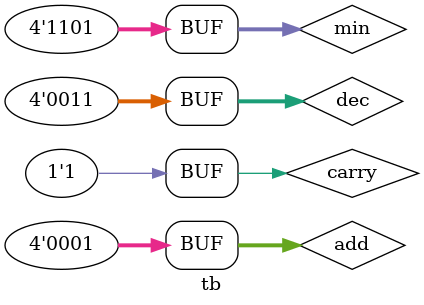
<source format=sv>
module tb;

logic [3:0] dec;
logic carry;
logic signed [3:0] add;
logic signed [3:0] min;

initial
begin
$dumpfile("test.vcd");
$dumpvars(4, tb);
$dumpall;
$dumpon;

	add = 4'sd1;
	min = -4'sd3;

	dec = 4'b0;
	repeat (20)
	begin
		{carry, dec} = dec + add;
		#10;
	end
	#40;
	dec = 4'd15;
	repeat (20)
	begin
		{carry, dec} = dec + min;
		#10;
	end
end

endmodule

</source>
